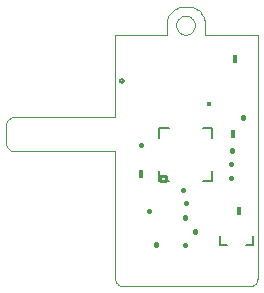
<source format=gto>
G75*
%MOIN*%
%OFA0B0*%
%FSLAX24Y24*%
%IPPOS*%
%LPD*%
%AMOC8*
5,1,8,0,0,1.08239X$1,22.5*
%
%ADD10C,0.0000*%
%ADD11C,0.0090*%
%ADD12C,0.0050*%
%ADD13C,0.0160*%
%ADD14R,0.0160X0.0280*%
%ADD15C,0.0080*%
%ADD16R,0.0177X0.0177*%
D10*
X009958Y013875D02*
X013333Y013875D01*
X013333Y009625D01*
X013335Y009595D01*
X013340Y009565D01*
X013349Y009536D01*
X013362Y009509D01*
X013377Y009483D01*
X013396Y009459D01*
X013417Y009438D01*
X013441Y009419D01*
X013467Y009404D01*
X013494Y009391D01*
X013523Y009382D01*
X013553Y009377D01*
X013583Y009375D01*
X017831Y009375D01*
X017861Y009377D01*
X017891Y009382D01*
X017920Y009391D01*
X017948Y009403D01*
X017973Y009419D01*
X017997Y009437D01*
X018019Y009458D01*
X018038Y009482D01*
X018053Y009508D01*
X018066Y009535D01*
X018075Y009564D01*
X018081Y009594D01*
X018083Y009624D01*
X018083Y017750D01*
X016333Y017750D01*
X016333Y018124D01*
X016333Y018125D02*
X016330Y018170D01*
X016323Y018215D01*
X016313Y018259D01*
X016300Y018303D01*
X016283Y018345D01*
X016263Y018386D01*
X016239Y018425D01*
X016213Y018462D01*
X016184Y018497D01*
X016152Y018529D01*
X016118Y018559D01*
X016082Y018586D01*
X016043Y018611D01*
X016003Y018632D01*
X015961Y018650D01*
X015918Y018664D01*
X015874Y018675D01*
X015829Y018683D01*
X015784Y018687D01*
X015738Y018688D01*
X015739Y018688D02*
X015603Y018688D01*
X015602Y018687D02*
X015555Y018682D01*
X015509Y018672D01*
X015464Y018660D01*
X015420Y018643D01*
X015377Y018624D01*
X015336Y018601D01*
X015297Y018575D01*
X015260Y018546D01*
X015226Y018514D01*
X015194Y018479D01*
X015164Y018442D01*
X015138Y018403D01*
X015115Y018362D01*
X015096Y018319D01*
X015079Y018275D01*
X015067Y018230D01*
X015057Y018184D01*
X015052Y018137D01*
X015050Y018090D01*
X015052Y018043D01*
X015052Y017750D01*
X013333Y017750D01*
X013333Y015000D01*
X009958Y015000D01*
X009928Y014998D01*
X009898Y014993D01*
X009869Y014984D01*
X009842Y014971D01*
X009816Y014956D01*
X009792Y014937D01*
X009771Y014916D01*
X009752Y014892D01*
X009737Y014866D01*
X009724Y014839D01*
X009715Y014810D01*
X009710Y014780D01*
X009708Y014750D01*
X009708Y014125D01*
X009710Y014095D01*
X009715Y014065D01*
X009724Y014036D01*
X009737Y014009D01*
X009752Y013983D01*
X009771Y013959D01*
X009792Y013938D01*
X009816Y013919D01*
X009842Y013904D01*
X009869Y013891D01*
X009898Y013882D01*
X009928Y013877D01*
X009958Y013875D01*
X015370Y018064D02*
X015372Y018099D01*
X015378Y018134D01*
X015388Y018167D01*
X015401Y018200D01*
X015418Y018231D01*
X015438Y018259D01*
X015462Y018285D01*
X015488Y018309D01*
X015516Y018329D01*
X015547Y018346D01*
X015580Y018359D01*
X015613Y018369D01*
X015648Y018375D01*
X015683Y018377D01*
X015718Y018375D01*
X015753Y018369D01*
X015786Y018359D01*
X015819Y018346D01*
X015850Y018329D01*
X015878Y018309D01*
X015904Y018285D01*
X015928Y018259D01*
X015948Y018231D01*
X015965Y018200D01*
X015978Y018167D01*
X015988Y018134D01*
X015994Y018099D01*
X015996Y018064D01*
X015994Y018029D01*
X015988Y017994D01*
X015978Y017961D01*
X015965Y017928D01*
X015948Y017897D01*
X015928Y017869D01*
X015904Y017843D01*
X015878Y017819D01*
X015850Y017799D01*
X015819Y017782D01*
X015786Y017769D01*
X015753Y017759D01*
X015718Y017753D01*
X015683Y017751D01*
X015648Y017753D01*
X015613Y017759D01*
X015580Y017769D01*
X015547Y017782D01*
X015516Y017799D01*
X015488Y017819D01*
X015462Y017843D01*
X015438Y017869D01*
X015418Y017897D01*
X015401Y017928D01*
X015388Y017961D01*
X015378Y017994D01*
X015372Y018029D01*
X015370Y018064D01*
D11*
X015019Y013047D02*
X014837Y013047D01*
X014837Y012865D01*
X015019Y012865D01*
X015019Y013047D01*
D12*
X015126Y012883D02*
X014814Y012883D01*
X014814Y013195D01*
X014814Y014320D02*
X014814Y014633D01*
X015126Y014633D01*
X016251Y014633D02*
X016564Y014633D01*
X016564Y014320D01*
X016564Y013195D02*
X016564Y012883D01*
X016251Y012883D01*
X013499Y016220D02*
X013501Y016235D01*
X013507Y016250D01*
X013516Y016262D01*
X013528Y016272D01*
X013542Y016279D01*
X013557Y016282D01*
X013573Y016281D01*
X013587Y016276D01*
X013601Y016268D01*
X013611Y016256D01*
X013619Y016243D01*
X013623Y016228D01*
X013623Y016212D01*
X013619Y016197D01*
X013611Y016184D01*
X013601Y016172D01*
X013587Y016164D01*
X013573Y016159D01*
X013557Y016158D01*
X013542Y016161D01*
X013528Y016168D01*
X013516Y016178D01*
X013507Y016190D01*
X013501Y016205D01*
X013499Y016220D01*
D13*
X014204Y014089D02*
X014204Y014065D01*
X015614Y012590D02*
X015614Y012566D01*
X015694Y012154D02*
X015694Y012130D01*
X015677Y011665D02*
X015677Y011641D01*
X015992Y011207D02*
X015992Y011183D01*
X015650Y010757D02*
X015650Y010733D01*
X014713Y010735D02*
X014713Y010760D01*
X014475Y011873D02*
X014451Y011873D01*
X017213Y012964D02*
X017213Y012988D01*
X017215Y013426D02*
X017215Y013450D01*
X017233Y013870D02*
X017233Y013895D01*
X017583Y014988D02*
X017583Y015012D01*
D14*
X017259Y014451D03*
X017330Y016951D03*
X014187Y013118D03*
X017458Y011875D03*
D15*
X017946Y011042D02*
X017946Y010727D01*
X017710Y010727D01*
X017080Y010727D02*
X016843Y010727D01*
X016843Y011042D01*
D16*
X016459Y015435D03*
M02*

</source>
